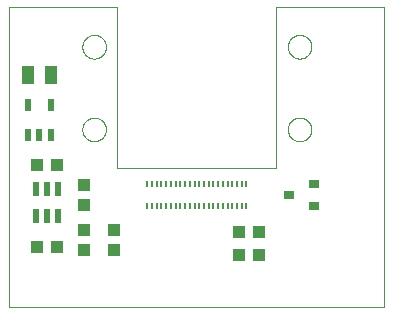
<source format=gtp>
G75*
%MOIN*%
%OFA0B0*%
%FSLAX25Y25*%
%IPPOS*%
%LPD*%
%AMOC8*
5,1,8,0,0,1.08239X$1,22.5*
%
%ADD10C,0.00000*%
%ADD11R,0.04331X0.03937*%
%ADD12R,0.03937X0.04331*%
%ADD13R,0.04331X0.06299*%
%ADD14R,0.00866X0.02362*%
%ADD15R,0.03543X0.03150*%
%ADD16R,0.02362X0.04724*%
%ADD17R,0.02165X0.03937*%
D10*
X0001643Y0001500D02*
X0001643Y0101500D01*
X0037643Y0101500D01*
X0037643Y0048000D01*
X0090643Y0048000D01*
X0090643Y0101500D01*
X0126643Y0101500D01*
X0126643Y0001500D01*
X0001643Y0001500D01*
X0025956Y0060850D02*
X0025958Y0060975D01*
X0025964Y0061100D01*
X0025974Y0061224D01*
X0025988Y0061348D01*
X0026005Y0061472D01*
X0026027Y0061595D01*
X0026053Y0061717D01*
X0026082Y0061839D01*
X0026115Y0061959D01*
X0026153Y0062078D01*
X0026193Y0062197D01*
X0026238Y0062313D01*
X0026286Y0062428D01*
X0026338Y0062542D01*
X0026394Y0062654D01*
X0026453Y0062764D01*
X0026515Y0062872D01*
X0026581Y0062979D01*
X0026650Y0063083D01*
X0026723Y0063184D01*
X0026798Y0063284D01*
X0026877Y0063381D01*
X0026959Y0063475D01*
X0027044Y0063567D01*
X0027131Y0063656D01*
X0027222Y0063742D01*
X0027315Y0063825D01*
X0027411Y0063906D01*
X0027509Y0063983D01*
X0027609Y0064057D01*
X0027712Y0064128D01*
X0027817Y0064195D01*
X0027925Y0064260D01*
X0028034Y0064320D01*
X0028145Y0064378D01*
X0028258Y0064431D01*
X0028372Y0064481D01*
X0028488Y0064528D01*
X0028605Y0064570D01*
X0028724Y0064609D01*
X0028844Y0064645D01*
X0028965Y0064676D01*
X0029087Y0064704D01*
X0029209Y0064727D01*
X0029333Y0064747D01*
X0029457Y0064763D01*
X0029581Y0064775D01*
X0029706Y0064783D01*
X0029831Y0064787D01*
X0029955Y0064787D01*
X0030080Y0064783D01*
X0030205Y0064775D01*
X0030329Y0064763D01*
X0030453Y0064747D01*
X0030577Y0064727D01*
X0030699Y0064704D01*
X0030821Y0064676D01*
X0030942Y0064645D01*
X0031062Y0064609D01*
X0031181Y0064570D01*
X0031298Y0064528D01*
X0031414Y0064481D01*
X0031528Y0064431D01*
X0031641Y0064378D01*
X0031752Y0064320D01*
X0031862Y0064260D01*
X0031969Y0064195D01*
X0032074Y0064128D01*
X0032177Y0064057D01*
X0032277Y0063983D01*
X0032375Y0063906D01*
X0032471Y0063825D01*
X0032564Y0063742D01*
X0032655Y0063656D01*
X0032742Y0063567D01*
X0032827Y0063475D01*
X0032909Y0063381D01*
X0032988Y0063284D01*
X0033063Y0063184D01*
X0033136Y0063083D01*
X0033205Y0062979D01*
X0033271Y0062872D01*
X0033333Y0062764D01*
X0033392Y0062654D01*
X0033448Y0062542D01*
X0033500Y0062428D01*
X0033548Y0062313D01*
X0033593Y0062197D01*
X0033633Y0062078D01*
X0033671Y0061959D01*
X0033704Y0061839D01*
X0033733Y0061717D01*
X0033759Y0061595D01*
X0033781Y0061472D01*
X0033798Y0061348D01*
X0033812Y0061224D01*
X0033822Y0061100D01*
X0033828Y0060975D01*
X0033830Y0060850D01*
X0033828Y0060725D01*
X0033822Y0060600D01*
X0033812Y0060476D01*
X0033798Y0060352D01*
X0033781Y0060228D01*
X0033759Y0060105D01*
X0033733Y0059983D01*
X0033704Y0059861D01*
X0033671Y0059741D01*
X0033633Y0059622D01*
X0033593Y0059503D01*
X0033548Y0059387D01*
X0033500Y0059272D01*
X0033448Y0059158D01*
X0033392Y0059046D01*
X0033333Y0058936D01*
X0033271Y0058828D01*
X0033205Y0058721D01*
X0033136Y0058617D01*
X0033063Y0058516D01*
X0032988Y0058416D01*
X0032909Y0058319D01*
X0032827Y0058225D01*
X0032742Y0058133D01*
X0032655Y0058044D01*
X0032564Y0057958D01*
X0032471Y0057875D01*
X0032375Y0057794D01*
X0032277Y0057717D01*
X0032177Y0057643D01*
X0032074Y0057572D01*
X0031969Y0057505D01*
X0031861Y0057440D01*
X0031752Y0057380D01*
X0031641Y0057322D01*
X0031528Y0057269D01*
X0031414Y0057219D01*
X0031298Y0057172D01*
X0031181Y0057130D01*
X0031062Y0057091D01*
X0030942Y0057055D01*
X0030821Y0057024D01*
X0030699Y0056996D01*
X0030577Y0056973D01*
X0030453Y0056953D01*
X0030329Y0056937D01*
X0030205Y0056925D01*
X0030080Y0056917D01*
X0029955Y0056913D01*
X0029831Y0056913D01*
X0029706Y0056917D01*
X0029581Y0056925D01*
X0029457Y0056937D01*
X0029333Y0056953D01*
X0029209Y0056973D01*
X0029087Y0056996D01*
X0028965Y0057024D01*
X0028844Y0057055D01*
X0028724Y0057091D01*
X0028605Y0057130D01*
X0028488Y0057172D01*
X0028372Y0057219D01*
X0028258Y0057269D01*
X0028145Y0057322D01*
X0028034Y0057380D01*
X0027924Y0057440D01*
X0027817Y0057505D01*
X0027712Y0057572D01*
X0027609Y0057643D01*
X0027509Y0057717D01*
X0027411Y0057794D01*
X0027315Y0057875D01*
X0027222Y0057958D01*
X0027131Y0058044D01*
X0027044Y0058133D01*
X0026959Y0058225D01*
X0026877Y0058319D01*
X0026798Y0058416D01*
X0026723Y0058516D01*
X0026650Y0058617D01*
X0026581Y0058721D01*
X0026515Y0058828D01*
X0026453Y0058936D01*
X0026394Y0059046D01*
X0026338Y0059158D01*
X0026286Y0059272D01*
X0026238Y0059387D01*
X0026193Y0059503D01*
X0026153Y0059622D01*
X0026115Y0059741D01*
X0026082Y0059861D01*
X0026053Y0059983D01*
X0026027Y0060105D01*
X0026005Y0060228D01*
X0025988Y0060352D01*
X0025974Y0060476D01*
X0025964Y0060600D01*
X0025958Y0060725D01*
X0025956Y0060850D01*
X0025956Y0088410D02*
X0025958Y0088535D01*
X0025964Y0088660D01*
X0025974Y0088784D01*
X0025988Y0088908D01*
X0026005Y0089032D01*
X0026027Y0089155D01*
X0026053Y0089277D01*
X0026082Y0089399D01*
X0026115Y0089519D01*
X0026153Y0089638D01*
X0026193Y0089757D01*
X0026238Y0089873D01*
X0026286Y0089988D01*
X0026338Y0090102D01*
X0026394Y0090214D01*
X0026453Y0090324D01*
X0026515Y0090432D01*
X0026581Y0090539D01*
X0026650Y0090643D01*
X0026723Y0090744D01*
X0026798Y0090844D01*
X0026877Y0090941D01*
X0026959Y0091035D01*
X0027044Y0091127D01*
X0027131Y0091216D01*
X0027222Y0091302D01*
X0027315Y0091385D01*
X0027411Y0091466D01*
X0027509Y0091543D01*
X0027609Y0091617D01*
X0027712Y0091688D01*
X0027817Y0091755D01*
X0027925Y0091820D01*
X0028034Y0091880D01*
X0028145Y0091938D01*
X0028258Y0091991D01*
X0028372Y0092041D01*
X0028488Y0092088D01*
X0028605Y0092130D01*
X0028724Y0092169D01*
X0028844Y0092205D01*
X0028965Y0092236D01*
X0029087Y0092264D01*
X0029209Y0092287D01*
X0029333Y0092307D01*
X0029457Y0092323D01*
X0029581Y0092335D01*
X0029706Y0092343D01*
X0029831Y0092347D01*
X0029955Y0092347D01*
X0030080Y0092343D01*
X0030205Y0092335D01*
X0030329Y0092323D01*
X0030453Y0092307D01*
X0030577Y0092287D01*
X0030699Y0092264D01*
X0030821Y0092236D01*
X0030942Y0092205D01*
X0031062Y0092169D01*
X0031181Y0092130D01*
X0031298Y0092088D01*
X0031414Y0092041D01*
X0031528Y0091991D01*
X0031641Y0091938D01*
X0031752Y0091880D01*
X0031862Y0091820D01*
X0031969Y0091755D01*
X0032074Y0091688D01*
X0032177Y0091617D01*
X0032277Y0091543D01*
X0032375Y0091466D01*
X0032471Y0091385D01*
X0032564Y0091302D01*
X0032655Y0091216D01*
X0032742Y0091127D01*
X0032827Y0091035D01*
X0032909Y0090941D01*
X0032988Y0090844D01*
X0033063Y0090744D01*
X0033136Y0090643D01*
X0033205Y0090539D01*
X0033271Y0090432D01*
X0033333Y0090324D01*
X0033392Y0090214D01*
X0033448Y0090102D01*
X0033500Y0089988D01*
X0033548Y0089873D01*
X0033593Y0089757D01*
X0033633Y0089638D01*
X0033671Y0089519D01*
X0033704Y0089399D01*
X0033733Y0089277D01*
X0033759Y0089155D01*
X0033781Y0089032D01*
X0033798Y0088908D01*
X0033812Y0088784D01*
X0033822Y0088660D01*
X0033828Y0088535D01*
X0033830Y0088410D01*
X0033828Y0088285D01*
X0033822Y0088160D01*
X0033812Y0088036D01*
X0033798Y0087912D01*
X0033781Y0087788D01*
X0033759Y0087665D01*
X0033733Y0087543D01*
X0033704Y0087421D01*
X0033671Y0087301D01*
X0033633Y0087182D01*
X0033593Y0087063D01*
X0033548Y0086947D01*
X0033500Y0086832D01*
X0033448Y0086718D01*
X0033392Y0086606D01*
X0033333Y0086496D01*
X0033271Y0086388D01*
X0033205Y0086281D01*
X0033136Y0086177D01*
X0033063Y0086076D01*
X0032988Y0085976D01*
X0032909Y0085879D01*
X0032827Y0085785D01*
X0032742Y0085693D01*
X0032655Y0085604D01*
X0032564Y0085518D01*
X0032471Y0085435D01*
X0032375Y0085354D01*
X0032277Y0085277D01*
X0032177Y0085203D01*
X0032074Y0085132D01*
X0031969Y0085065D01*
X0031861Y0085000D01*
X0031752Y0084940D01*
X0031641Y0084882D01*
X0031528Y0084829D01*
X0031414Y0084779D01*
X0031298Y0084732D01*
X0031181Y0084690D01*
X0031062Y0084651D01*
X0030942Y0084615D01*
X0030821Y0084584D01*
X0030699Y0084556D01*
X0030577Y0084533D01*
X0030453Y0084513D01*
X0030329Y0084497D01*
X0030205Y0084485D01*
X0030080Y0084477D01*
X0029955Y0084473D01*
X0029831Y0084473D01*
X0029706Y0084477D01*
X0029581Y0084485D01*
X0029457Y0084497D01*
X0029333Y0084513D01*
X0029209Y0084533D01*
X0029087Y0084556D01*
X0028965Y0084584D01*
X0028844Y0084615D01*
X0028724Y0084651D01*
X0028605Y0084690D01*
X0028488Y0084732D01*
X0028372Y0084779D01*
X0028258Y0084829D01*
X0028145Y0084882D01*
X0028034Y0084940D01*
X0027924Y0085000D01*
X0027817Y0085065D01*
X0027712Y0085132D01*
X0027609Y0085203D01*
X0027509Y0085277D01*
X0027411Y0085354D01*
X0027315Y0085435D01*
X0027222Y0085518D01*
X0027131Y0085604D01*
X0027044Y0085693D01*
X0026959Y0085785D01*
X0026877Y0085879D01*
X0026798Y0085976D01*
X0026723Y0086076D01*
X0026650Y0086177D01*
X0026581Y0086281D01*
X0026515Y0086388D01*
X0026453Y0086496D01*
X0026394Y0086606D01*
X0026338Y0086718D01*
X0026286Y0086832D01*
X0026238Y0086947D01*
X0026193Y0087063D01*
X0026153Y0087182D01*
X0026115Y0087301D01*
X0026082Y0087421D01*
X0026053Y0087543D01*
X0026027Y0087665D01*
X0026005Y0087788D01*
X0025988Y0087912D01*
X0025974Y0088036D01*
X0025964Y0088160D01*
X0025958Y0088285D01*
X0025956Y0088410D01*
X0094456Y0088410D02*
X0094458Y0088535D01*
X0094464Y0088660D01*
X0094474Y0088784D01*
X0094488Y0088908D01*
X0094505Y0089032D01*
X0094527Y0089155D01*
X0094553Y0089277D01*
X0094582Y0089399D01*
X0094615Y0089519D01*
X0094653Y0089638D01*
X0094693Y0089757D01*
X0094738Y0089873D01*
X0094786Y0089988D01*
X0094838Y0090102D01*
X0094894Y0090214D01*
X0094953Y0090324D01*
X0095015Y0090432D01*
X0095081Y0090539D01*
X0095150Y0090643D01*
X0095223Y0090744D01*
X0095298Y0090844D01*
X0095377Y0090941D01*
X0095459Y0091035D01*
X0095544Y0091127D01*
X0095631Y0091216D01*
X0095722Y0091302D01*
X0095815Y0091385D01*
X0095911Y0091466D01*
X0096009Y0091543D01*
X0096109Y0091617D01*
X0096212Y0091688D01*
X0096317Y0091755D01*
X0096425Y0091820D01*
X0096534Y0091880D01*
X0096645Y0091938D01*
X0096758Y0091991D01*
X0096872Y0092041D01*
X0096988Y0092088D01*
X0097105Y0092130D01*
X0097224Y0092169D01*
X0097344Y0092205D01*
X0097465Y0092236D01*
X0097587Y0092264D01*
X0097709Y0092287D01*
X0097833Y0092307D01*
X0097957Y0092323D01*
X0098081Y0092335D01*
X0098206Y0092343D01*
X0098331Y0092347D01*
X0098455Y0092347D01*
X0098580Y0092343D01*
X0098705Y0092335D01*
X0098829Y0092323D01*
X0098953Y0092307D01*
X0099077Y0092287D01*
X0099199Y0092264D01*
X0099321Y0092236D01*
X0099442Y0092205D01*
X0099562Y0092169D01*
X0099681Y0092130D01*
X0099798Y0092088D01*
X0099914Y0092041D01*
X0100028Y0091991D01*
X0100141Y0091938D01*
X0100252Y0091880D01*
X0100362Y0091820D01*
X0100469Y0091755D01*
X0100574Y0091688D01*
X0100677Y0091617D01*
X0100777Y0091543D01*
X0100875Y0091466D01*
X0100971Y0091385D01*
X0101064Y0091302D01*
X0101155Y0091216D01*
X0101242Y0091127D01*
X0101327Y0091035D01*
X0101409Y0090941D01*
X0101488Y0090844D01*
X0101563Y0090744D01*
X0101636Y0090643D01*
X0101705Y0090539D01*
X0101771Y0090432D01*
X0101833Y0090324D01*
X0101892Y0090214D01*
X0101948Y0090102D01*
X0102000Y0089988D01*
X0102048Y0089873D01*
X0102093Y0089757D01*
X0102133Y0089638D01*
X0102171Y0089519D01*
X0102204Y0089399D01*
X0102233Y0089277D01*
X0102259Y0089155D01*
X0102281Y0089032D01*
X0102298Y0088908D01*
X0102312Y0088784D01*
X0102322Y0088660D01*
X0102328Y0088535D01*
X0102330Y0088410D01*
X0102328Y0088285D01*
X0102322Y0088160D01*
X0102312Y0088036D01*
X0102298Y0087912D01*
X0102281Y0087788D01*
X0102259Y0087665D01*
X0102233Y0087543D01*
X0102204Y0087421D01*
X0102171Y0087301D01*
X0102133Y0087182D01*
X0102093Y0087063D01*
X0102048Y0086947D01*
X0102000Y0086832D01*
X0101948Y0086718D01*
X0101892Y0086606D01*
X0101833Y0086496D01*
X0101771Y0086388D01*
X0101705Y0086281D01*
X0101636Y0086177D01*
X0101563Y0086076D01*
X0101488Y0085976D01*
X0101409Y0085879D01*
X0101327Y0085785D01*
X0101242Y0085693D01*
X0101155Y0085604D01*
X0101064Y0085518D01*
X0100971Y0085435D01*
X0100875Y0085354D01*
X0100777Y0085277D01*
X0100677Y0085203D01*
X0100574Y0085132D01*
X0100469Y0085065D01*
X0100361Y0085000D01*
X0100252Y0084940D01*
X0100141Y0084882D01*
X0100028Y0084829D01*
X0099914Y0084779D01*
X0099798Y0084732D01*
X0099681Y0084690D01*
X0099562Y0084651D01*
X0099442Y0084615D01*
X0099321Y0084584D01*
X0099199Y0084556D01*
X0099077Y0084533D01*
X0098953Y0084513D01*
X0098829Y0084497D01*
X0098705Y0084485D01*
X0098580Y0084477D01*
X0098455Y0084473D01*
X0098331Y0084473D01*
X0098206Y0084477D01*
X0098081Y0084485D01*
X0097957Y0084497D01*
X0097833Y0084513D01*
X0097709Y0084533D01*
X0097587Y0084556D01*
X0097465Y0084584D01*
X0097344Y0084615D01*
X0097224Y0084651D01*
X0097105Y0084690D01*
X0096988Y0084732D01*
X0096872Y0084779D01*
X0096758Y0084829D01*
X0096645Y0084882D01*
X0096534Y0084940D01*
X0096424Y0085000D01*
X0096317Y0085065D01*
X0096212Y0085132D01*
X0096109Y0085203D01*
X0096009Y0085277D01*
X0095911Y0085354D01*
X0095815Y0085435D01*
X0095722Y0085518D01*
X0095631Y0085604D01*
X0095544Y0085693D01*
X0095459Y0085785D01*
X0095377Y0085879D01*
X0095298Y0085976D01*
X0095223Y0086076D01*
X0095150Y0086177D01*
X0095081Y0086281D01*
X0095015Y0086388D01*
X0094953Y0086496D01*
X0094894Y0086606D01*
X0094838Y0086718D01*
X0094786Y0086832D01*
X0094738Y0086947D01*
X0094693Y0087063D01*
X0094653Y0087182D01*
X0094615Y0087301D01*
X0094582Y0087421D01*
X0094553Y0087543D01*
X0094527Y0087665D01*
X0094505Y0087788D01*
X0094488Y0087912D01*
X0094474Y0088036D01*
X0094464Y0088160D01*
X0094458Y0088285D01*
X0094456Y0088410D01*
X0094456Y0060850D02*
X0094458Y0060975D01*
X0094464Y0061100D01*
X0094474Y0061224D01*
X0094488Y0061348D01*
X0094505Y0061472D01*
X0094527Y0061595D01*
X0094553Y0061717D01*
X0094582Y0061839D01*
X0094615Y0061959D01*
X0094653Y0062078D01*
X0094693Y0062197D01*
X0094738Y0062313D01*
X0094786Y0062428D01*
X0094838Y0062542D01*
X0094894Y0062654D01*
X0094953Y0062764D01*
X0095015Y0062872D01*
X0095081Y0062979D01*
X0095150Y0063083D01*
X0095223Y0063184D01*
X0095298Y0063284D01*
X0095377Y0063381D01*
X0095459Y0063475D01*
X0095544Y0063567D01*
X0095631Y0063656D01*
X0095722Y0063742D01*
X0095815Y0063825D01*
X0095911Y0063906D01*
X0096009Y0063983D01*
X0096109Y0064057D01*
X0096212Y0064128D01*
X0096317Y0064195D01*
X0096425Y0064260D01*
X0096534Y0064320D01*
X0096645Y0064378D01*
X0096758Y0064431D01*
X0096872Y0064481D01*
X0096988Y0064528D01*
X0097105Y0064570D01*
X0097224Y0064609D01*
X0097344Y0064645D01*
X0097465Y0064676D01*
X0097587Y0064704D01*
X0097709Y0064727D01*
X0097833Y0064747D01*
X0097957Y0064763D01*
X0098081Y0064775D01*
X0098206Y0064783D01*
X0098331Y0064787D01*
X0098455Y0064787D01*
X0098580Y0064783D01*
X0098705Y0064775D01*
X0098829Y0064763D01*
X0098953Y0064747D01*
X0099077Y0064727D01*
X0099199Y0064704D01*
X0099321Y0064676D01*
X0099442Y0064645D01*
X0099562Y0064609D01*
X0099681Y0064570D01*
X0099798Y0064528D01*
X0099914Y0064481D01*
X0100028Y0064431D01*
X0100141Y0064378D01*
X0100252Y0064320D01*
X0100362Y0064260D01*
X0100469Y0064195D01*
X0100574Y0064128D01*
X0100677Y0064057D01*
X0100777Y0063983D01*
X0100875Y0063906D01*
X0100971Y0063825D01*
X0101064Y0063742D01*
X0101155Y0063656D01*
X0101242Y0063567D01*
X0101327Y0063475D01*
X0101409Y0063381D01*
X0101488Y0063284D01*
X0101563Y0063184D01*
X0101636Y0063083D01*
X0101705Y0062979D01*
X0101771Y0062872D01*
X0101833Y0062764D01*
X0101892Y0062654D01*
X0101948Y0062542D01*
X0102000Y0062428D01*
X0102048Y0062313D01*
X0102093Y0062197D01*
X0102133Y0062078D01*
X0102171Y0061959D01*
X0102204Y0061839D01*
X0102233Y0061717D01*
X0102259Y0061595D01*
X0102281Y0061472D01*
X0102298Y0061348D01*
X0102312Y0061224D01*
X0102322Y0061100D01*
X0102328Y0060975D01*
X0102330Y0060850D01*
X0102328Y0060725D01*
X0102322Y0060600D01*
X0102312Y0060476D01*
X0102298Y0060352D01*
X0102281Y0060228D01*
X0102259Y0060105D01*
X0102233Y0059983D01*
X0102204Y0059861D01*
X0102171Y0059741D01*
X0102133Y0059622D01*
X0102093Y0059503D01*
X0102048Y0059387D01*
X0102000Y0059272D01*
X0101948Y0059158D01*
X0101892Y0059046D01*
X0101833Y0058936D01*
X0101771Y0058828D01*
X0101705Y0058721D01*
X0101636Y0058617D01*
X0101563Y0058516D01*
X0101488Y0058416D01*
X0101409Y0058319D01*
X0101327Y0058225D01*
X0101242Y0058133D01*
X0101155Y0058044D01*
X0101064Y0057958D01*
X0100971Y0057875D01*
X0100875Y0057794D01*
X0100777Y0057717D01*
X0100677Y0057643D01*
X0100574Y0057572D01*
X0100469Y0057505D01*
X0100361Y0057440D01*
X0100252Y0057380D01*
X0100141Y0057322D01*
X0100028Y0057269D01*
X0099914Y0057219D01*
X0099798Y0057172D01*
X0099681Y0057130D01*
X0099562Y0057091D01*
X0099442Y0057055D01*
X0099321Y0057024D01*
X0099199Y0056996D01*
X0099077Y0056973D01*
X0098953Y0056953D01*
X0098829Y0056937D01*
X0098705Y0056925D01*
X0098580Y0056917D01*
X0098455Y0056913D01*
X0098331Y0056913D01*
X0098206Y0056917D01*
X0098081Y0056925D01*
X0097957Y0056937D01*
X0097833Y0056953D01*
X0097709Y0056973D01*
X0097587Y0056996D01*
X0097465Y0057024D01*
X0097344Y0057055D01*
X0097224Y0057091D01*
X0097105Y0057130D01*
X0096988Y0057172D01*
X0096872Y0057219D01*
X0096758Y0057269D01*
X0096645Y0057322D01*
X0096534Y0057380D01*
X0096424Y0057440D01*
X0096317Y0057505D01*
X0096212Y0057572D01*
X0096109Y0057643D01*
X0096009Y0057717D01*
X0095911Y0057794D01*
X0095815Y0057875D01*
X0095722Y0057958D01*
X0095631Y0058044D01*
X0095544Y0058133D01*
X0095459Y0058225D01*
X0095377Y0058319D01*
X0095298Y0058416D01*
X0095223Y0058516D01*
X0095150Y0058617D01*
X0095081Y0058721D01*
X0095015Y0058828D01*
X0094953Y0058936D01*
X0094894Y0059046D01*
X0094838Y0059158D01*
X0094786Y0059272D01*
X0094738Y0059387D01*
X0094693Y0059503D01*
X0094653Y0059622D01*
X0094615Y0059741D01*
X0094582Y0059861D01*
X0094553Y0059983D01*
X0094527Y0060105D01*
X0094505Y0060228D01*
X0094488Y0060352D01*
X0094474Y0060476D01*
X0094464Y0060600D01*
X0094458Y0060725D01*
X0094456Y0060850D01*
D11*
X0084990Y0026500D03*
X0078297Y0026500D03*
X0078297Y0019000D03*
X0084990Y0019000D03*
X0017490Y0021500D03*
X0010797Y0021500D03*
X0010797Y0049000D03*
X0017490Y0049000D03*
D12*
X0026643Y0042346D03*
X0026643Y0035654D03*
X0026643Y0027346D03*
X0026643Y0020654D03*
X0036643Y0020654D03*
X0036643Y0027346D03*
D13*
X0015580Y0079000D03*
X0007706Y0079000D03*
D14*
X0047608Y0042740D03*
X0049183Y0042740D03*
X0050757Y0042740D03*
X0052332Y0042740D03*
X0053907Y0042740D03*
X0055482Y0042740D03*
X0057057Y0042740D03*
X0058631Y0042740D03*
X0060206Y0042740D03*
X0061781Y0042740D03*
X0063356Y0042740D03*
X0064931Y0042740D03*
X0066505Y0042740D03*
X0068080Y0042740D03*
X0069655Y0042740D03*
X0071230Y0042740D03*
X0072805Y0042740D03*
X0074380Y0042740D03*
X0075954Y0042740D03*
X0077529Y0042740D03*
X0079104Y0042740D03*
X0080679Y0042740D03*
X0080679Y0035260D03*
X0079104Y0035260D03*
X0077529Y0035260D03*
X0075954Y0035260D03*
X0074380Y0035260D03*
X0072805Y0035260D03*
X0071230Y0035260D03*
X0069655Y0035260D03*
X0068080Y0035260D03*
X0066505Y0035260D03*
X0064931Y0035260D03*
X0063356Y0035260D03*
X0061781Y0035260D03*
X0060206Y0035260D03*
X0058631Y0035260D03*
X0057057Y0035260D03*
X0055482Y0035260D03*
X0053907Y0035260D03*
X0052332Y0035260D03*
X0050757Y0035260D03*
X0049183Y0035260D03*
X0047608Y0035260D03*
D15*
X0094813Y0039000D03*
X0103080Y0035260D03*
X0103080Y0042740D03*
D16*
X0017883Y0041028D03*
X0014143Y0041028D03*
X0010403Y0041028D03*
X0010403Y0031972D03*
X0014143Y0031972D03*
X0017883Y0031972D03*
D17*
X0015383Y0058882D03*
X0011643Y0058882D03*
X0007903Y0058882D03*
X0007903Y0069118D03*
X0015383Y0069118D03*
M02*

</source>
